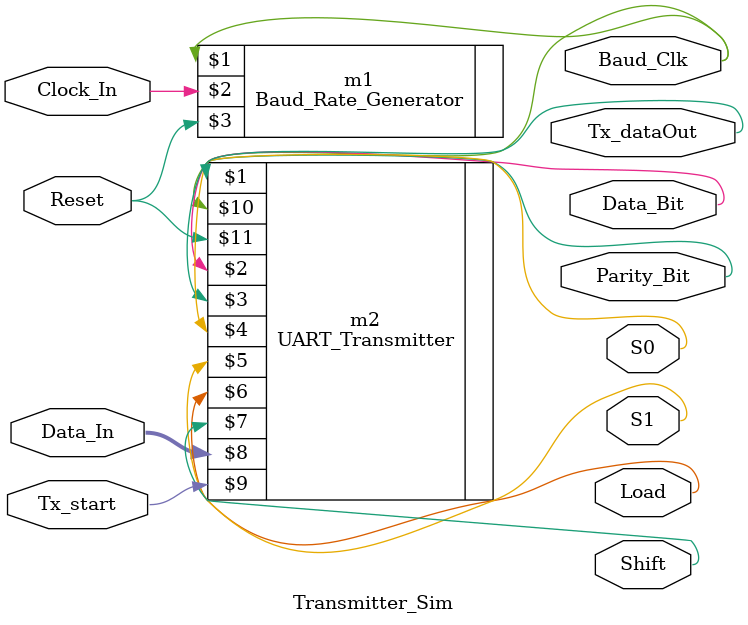
<source format=v>
`timescale 1ns / 1ps
module Transmitter_Sim(Tx_dataOut, Data_Bit, Parity_Bit, S0, S1, Load, Shift, Baud_Clk, Data_In, Tx_start, Clock_In, Reset);

output Tx_dataOut, Data_Bit, Parity_Bit, S0, S1, Load, Shift, Baud_Clk;
input [31:0]Data_In;
input Tx_start, Clock_In, Reset;
Baud_Rate_Generator m1(Baud_Clk, Clock_In, Reset);
UART_Transmitter m2(Tx_dataOut, Data_Bit, Parity_Bit, S0, S1, Load, Shift, Data_In, Tx_start, Baud_Clk, Reset);
endmodule

</source>
